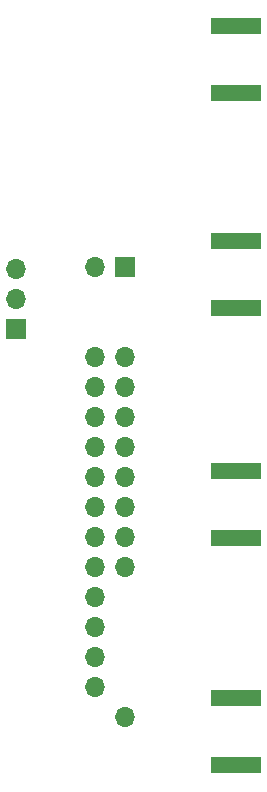
<source format=gbr>
%TF.GenerationSoftware,KiCad,Pcbnew,7.0.7*%
%TF.CreationDate,2023-08-22T17:17:33-04:00*%
%TF.ProjectId,dds-sweeper-board,6464732d-7377-4656-9570-65722d626f61,0*%
%TF.SameCoordinates,Original*%
%TF.FileFunction,Copper,L2,Bot*%
%TF.FilePolarity,Positive*%
%FSLAX46Y46*%
G04 Gerber Fmt 4.6, Leading zero omitted, Abs format (unit mm)*
G04 Created by KiCad (PCBNEW 7.0.7) date 2023-08-22 17:17:33*
%MOMM*%
%LPD*%
G01*
G04 APERTURE LIST*
%TA.AperFunction,ComponentPad*%
%ADD10O,1.700000X1.700000*%
%TD*%
%TA.AperFunction,ComponentPad*%
%ADD11R,1.700000X1.700000*%
%TD*%
%TA.AperFunction,SMDPad,CuDef*%
%ADD12R,4.200000X1.350000*%
%TD*%
G04 APERTURE END LIST*
D10*
X73460000Y-55600000D03*
X73460000Y-63220000D03*
X73460000Y-65760000D03*
X73460000Y-68300000D03*
X73460000Y-70840000D03*
X73460000Y-73380000D03*
X73460000Y-75920000D03*
X73460000Y-78460000D03*
X73460000Y-81000000D03*
X73460000Y-83540000D03*
X73460000Y-86080000D03*
X73460000Y-88620000D03*
X73460000Y-91160000D03*
X76000000Y-93700000D03*
X76000000Y-81000000D03*
X76000000Y-78460000D03*
X76000000Y-75920000D03*
X76000000Y-73380000D03*
X76000000Y-70840000D03*
X76000000Y-68300000D03*
X76000000Y-65760000D03*
X76000000Y-63220000D03*
D11*
X76000000Y-55600000D03*
D12*
X85350000Y-92135000D03*
X85350000Y-97785000D03*
X85390000Y-72865000D03*
X85390000Y-78515000D03*
X85330000Y-53395000D03*
X85330000Y-59045000D03*
X85350000Y-35225000D03*
X85350000Y-40875000D03*
D11*
X66775000Y-60825000D03*
D10*
X66775000Y-58285000D03*
X66775000Y-55745000D03*
M02*

</source>
